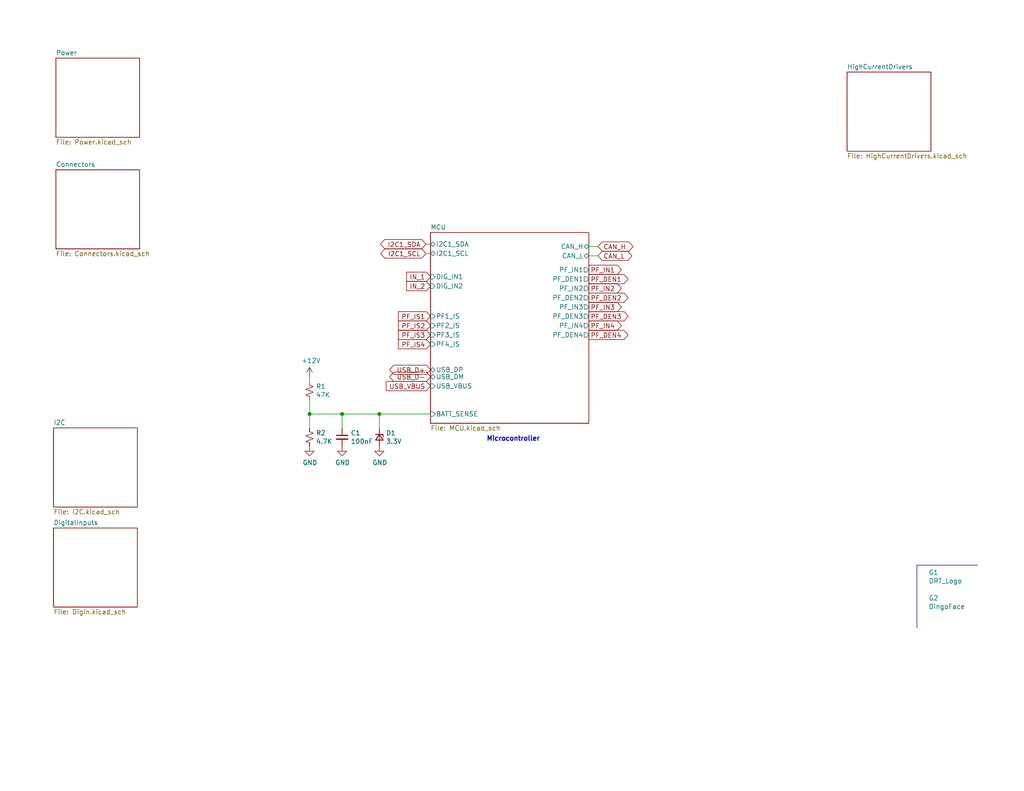
<source format=kicad_sch>
(kicad_sch (version 20231120) (generator "eeschema") (generator_version "8.0")
  (paper "USLetter")
  (title_block (title "dingoPDM-Max") (date "2024-07-06") (rev "v0.1") (comment 3 "github.com/corygrant") (comment 4 "Cory Grant"))
  (lib_symbols
    (symbol "DRT_Logo:DRT_Logo" (pin_names (offset 1.016))
      (property "Reference" "G" (at 0 2.54 0))
      (property "Value" "DRT_Logo" (at 0 0 0))
    )
    (symbol "Device:C_Small" (pin_numbers hide) (pin_names (offset 0.254) hide)
      (property "Reference" "C" (at 0.254 1.778 0))
      (property "Value" "C_Small" (at 0.254 -2.032 0))
      (symbol "C_Small_0_1"
        (polyline (pts (xy -1.524 -0.508) (xy 1.524 -0.508)) (stroke (width 0.3302)))
        (polyline (pts (xy -1.524 0.508) (xy 1.524 0.508)) (stroke (width 0.3048)))
      )
      (symbol "C_Small_1_1"
        (pin passive line (at 0 2.54 270) (length 2.032) (name "~") (number "1"))
        (pin passive line (at 0 -2.54 90) (length 2.032) (name "~") (number "2"))
      )
    )
    (symbol "Device:D_Zener_Small" (pin_numbers hide) (pin_names (offset 0.254) hide)
      (property "Reference" "D" (at 0 2.286 0))
      (property "Value" "D_Zener_Small" (at 0 -2.286 0))
      (symbol "D_Zener_Small_0_1"
        (polyline (pts (xy 0.762 0) (xy -0.762 0)))
        (polyline (pts (xy -0.254 1.016) (xy -0.762 1.016) (xy -0.762 -1.016)) (stroke (width 0.254)))
        (polyline (pts (xy 0.762 1.016) (xy -0.762 0) (xy 0.762 -1.016) (xy 0.762 1.016)) (stroke (width 0.254)))
      )
      (symbol "D_Zener_Small_1_1"
        (pin passive line (at -2.54 0 0) (length 1.778) (name "K") (number "1"))
        (pin passive line (at 2.54 0 180) (length 1.778) (name "A") (number "2"))
      )
    )
    (symbol "Device:R_Small_US" (pin_numbers hide) (pin_names (offset 0.254) hide)
      (property "Reference" "R" (at 0.762 0.508 0))
      (property "Value" "R_Small_US" (at 0.762 -1.016 0))
      (symbol "R_Small_US_1_1"
        (polyline (pts (xy 0 0) (xy 1.016 -0.381) (xy 0 -0.762) (xy -1.016 -1.143) (xy 0 -1.524)))
        (polyline (pts (xy 0 1.524) (xy 1.016 1.143) (xy 0 0.762) (xy -1.016 0.381) (xy 0 0)))
        (pin passive line (at 0 2.54 270) (length 1.016) (name "~") (number "1"))
        (pin passive line (at 0 -2.54 90) (length 1.016) (name "~") (number "2"))
      )
    )
    (symbol "power:+12V" (power) (pin_names (offset 0))
      (property "Value" "+12V" (at 0 3.556 0))
      (symbol "+12V_0_1"
        (polyline (pts (xy -0.762 1.27) (xy 0 2.54)))
        (polyline (pts (xy 0 0) (xy 0 2.54)))
        (polyline (pts (xy 0 2.54) (xy 0.762 1.27)))
      )
      (symbol "+12V_1_1"
        (pin power_in line (at 0 0 90) (length 0) hide (name "+12V") (number "1"))
      )
    )
    (symbol "power:GND" (power) (pin_names (offset 0))
      (property "Value" "GND" (at 0 -3.81 0))
      (symbol "GND_0_1"
        (polyline (pts (xy 0 0) (xy 0 -1.27) (xy 1.27 -1.27) (xy 0 -2.54) (xy -1.27 -1.27) (xy 0 -1.27)))
      )
      (symbol "GND_1_1"
        (pin power_in line (at 0 0 270) (length 0) hide (name "GND") (number "1"))
      )
    )
  )
  (junction (at 93.345 113.03))
  (junction (at 103.505 113.03))
  (junction (at 84.455 113.03))
  (wire (pts (xy 84.455 113.03) (xy 84.455 109.22)))
  (wire (pts (xy 84.455 102.87) (xy 84.455 104.14)))
  (wire (pts (xy 84.455 113.03) (xy 84.455 116.84)))
  (wire (pts (xy 93.345 113.03) (xy 84.455 113.03)))
  (wire (pts (xy 116.205 69.215) (xy 117.475 69.215)))
  (wire (pts (xy 93.345 116.84) (xy 93.345 113.03)))
  (wire (pts (xy 163.195 67.31) (xy 160.655 67.31)))
  (wire (pts (xy 103.505 116.84) (xy 103.505 113.03)))
  (polyline (pts (xy 250.19 154.305) (xy 266.7 154.305)))
  (wire (pts (xy 116.205 66.675) (xy 117.475 66.675)))
  (wire (pts (xy 117.475 113.03) (xy 103.505 113.03)))
  (polyline (pts (xy 250.19 171.45) (xy 250.19 154.305)))
  (wire (pts (xy 163.195 69.85) (xy 160.655 69.85)))
  (wire (pts (xy 103.505 113.03) (xy 93.345 113.03)))
  (text "Microcontroller" (at 132.715 120.65 0) (effects (font (size 1.27 1.27) (thickness 0.254) (bold yes)) (justify left bottom)))
  (global_label "PF_IN3" (shape output) (at 160.655 83.82 0) (property "Intersheetrefs" "${INTERSHEET_REFS}" (effects (hide yes))))
  (global_label "PF_DEN2" (shape output) (at 160.655 81.28 0) (property "Intersheetrefs" "${INTERSHEET_REFS}" (effects (hide yes))))
  (global_label "CAN_H" (shape bidirectional) (at 163.195 67.31 0) (property "Intersheetrefs" "${INTERSHEET_REFS}" (effects (hide yes))))
  (global_label "USB_VBUS" (shape input) (at 117.475 105.41 180) (property "Intersheetrefs" "${INTERSHEET_REFS}" (effects (hide yes))))
  (global_label "USB_D-" (shape bidirectional) (at 117.475 102.87 180) (property "Intersheetrefs" "${INTERSHEET_REFS}" (effects (hide yes))))
  (global_label "I2C1_SCL" (shape bidirectional) (at 116.205 69.215 180) (property "Intersheetrefs" "${INTERSHEET_REFS}" (effects (hide yes))))
  (global_label "USB_D+" (shape bidirectional) (at 117.475 100.965 180) (property "Intersheetrefs" "${INTERSHEET_REFS}" (effects (hide yes))))
  (global_label "PF_IS1" (shape input) (at 117.475 86.36 180) (property "Intersheetrefs" "${INTERSHEET_REFS}" (effects (hide yes))))
  (global_label "PF_IS4" (shape input) (at 117.475 93.98 180) (property "Intersheetrefs" "${INTERSHEET_REFS}" (effects (hide yes))))
  (global_label "PF_DEN1" (shape output) (at 160.655 76.2 0) (property "Intersheetrefs" "${INTERSHEET_REFS}" (effects (hide yes))))
  (global_label "IN_1" (shape input) (at 117.475 75.565 180) (property "Intersheetrefs" "${INTERSHEET_REFS}" (effects (hide yes))))
  (global_label "IN_2" (shape input) (at 117.475 78.105 180) (property "Intersheetrefs" "${INTERSHEET_REFS}" (effects (hide yes))))
  (global_label "I2C1_SDA" (shape bidirectional) (at 116.205 66.675 180) (property "Intersheetrefs" "${INTERSHEET_REFS}" (effects (hide yes))))
  (global_label "PF_IN4" (shape output) (at 160.655 88.9 0) (property "Intersheetrefs" "${INTERSHEET_REFS}" (effects (hide yes))))
  (global_label "PF_IS2" (shape input) (at 117.475 88.9 180) (property "Intersheetrefs" "${INTERSHEET_REFS}" (effects (hide yes))))
  (global_label "PF_IN1" (shape output) (at 160.655 73.66 0) (property "Intersheetrefs" "${INTERSHEET_REFS}" (effects (hide yes))))
  (global_label "PF_IN2" (shape output) (at 160.655 78.74 0) (property "Intersheetrefs" "${INTERSHEET_REFS}" (effects (hide yes))))
  (global_label "CAN_L" (shape bidirectional) (at 163.195 69.85 0) (property "Intersheetrefs" "${INTERSHEET_REFS}" (effects (hide yes))))
  (global_label "PF_DEN3" (shape output) (at 160.655 86.36 0) (property "Intersheetrefs" "${INTERSHEET_REFS}" (effects (hide yes))))
  (global_label "PF_IS3" (shape input) (at 117.475 91.44 180) (property "Intersheetrefs" "${INTERSHEET_REFS}" (effects (hide yes))))
  (global_label "PF_DEN4" (shape output) (at 160.655 91.44 0) (property "Intersheetrefs" "${INTERSHEET_REFS}" (effects (hide yes))))
  (symbol (lib_id "Device:R_Small_US") (at 84.455 106.68 0) (unit 1)
    (property "Reference" "R1" (at 86.1822 105.5116 0) (effects (justify left)))
    (property "Value" "47K" (at 86.1822 107.823 0) (effects (justify left)))
    (property "Footprint" "Resistor_SMD:R_0805_2012Metric" (effects (hide yes)))
    (property "Digi-Key_PN" "311-47.0KCRCT-ND" (effects (hide yes)))
    (property "LCSC" "C327035" (effects (hide yes)))
  )
  (symbol (lib_id "Device:R_Small_US") (at 84.455 119.38 0) (unit 1)
    (property "Reference" "R2" (at 86.1822 118.2116 0) (effects (justify left)))
    (property "Value" "4.7K" (at 86.1822 120.523 0) (effects (justify left)))
    (property "Footprint" "Resistor_SMD:R_0805_2012Metric" (effects (hide yes)))
    (property "Digi-Key_PN" "311-4.70KCRCT-ND" (effects (hide yes)))
    (property "LCSC" "C17673" (effects (hide yes)))
  )
  (symbol (lib_id "Device:D_Zener_Small") (at 103.505 119.38 270) (unit 1)
    (property "Reference" "D1" (at 105.283 118.2116 90) (effects (justify left)))
    (property "Value" "3.3V" (at 105.283 120.523 90) (effects (justify left)))
    (property "Footprint" "Diode_SMD:D_SOD-323_HandSoldering" (effects (hide yes)))
    (property "Digi-Key_PN" "1727-5150-1-ND" (effects (hide yes)))
    (property "LCSC" "C426855" (effects (hide yes)))
  )
  (symbol (lib_id "Device:C_Small") (at 93.345 119.38 0) (unit 1)
    (property "Reference" "C1" (at 95.6818 118.2116 0) (effects (justify left)))
    (property "Value" "100nF" (at 95.6818 120.523 0) (effects (justify left)))
    (property "Footprint" "Capacitor_SMD:C_0805_2012Metric" (effects (hide yes)))
    (property "Digi-Key_PN" "478-1395-1-ND" (effects (hide yes)))
    (property "LCSC" "C49678" (effects (hide yes)))
  )
  (symbol (lib_id "power:+12V") (at 84.455 102.87 0) (unit 1)
    (property "Reference" "#PWR01" (effects (hide yes)))
    (property "Value" "+12V" (at 84.836 98.4758 0))
  )
  (symbol (lib_id "power:GND") (at 84.455 121.92 0) (unit 1)
    (property "Reference" "#PWR02" (effects (hide yes)))
    (property "Value" "GND" (at 84.582 126.3142 0))
  )
  (symbol (lib_id "power:GND") (at 93.345 121.92 0) (unit 1)
    (property "Reference" "#PWR03" (effects (hide yes)))
    (property "Value" "GND" (at 93.472 126.3142 0))
  )
  (symbol (lib_id "power:GND") (at 103.505 121.92 0) (unit 1)
    (property "Reference" "#PWR04" (effects (hide yes)))
    (property "Value" "GND" (at 103.632 126.3142 0))
  )
  (symbol (lib_id "DRT_Logo:DRT_Logo") (at 252.73 157.48 0) (unit 1)
    (property "Reference" "G1" (at 253.365 156.3116 0) (effects (justify left)))
    (property "Value" "DRT_Logo" (at 253.365 158.623 0) (effects (justify left)))
    (property "Footprint" "DRTLogo:DRTLogo" (effects (hide yes)))
  )
  (symbol (lib_id "DRT_Logo:DRT_Logo") (at 252.73 164.465 0) (unit 1)
    (property "Reference" "G2" (at 253.365 163.2966 0) (effects (justify left)))
    (property "Value" "DingoFace" (at 253.365 165.608 0) (effects (justify left)))
    (property "Footprint" "DRTLogo:DingoFaceNoFill" (effects (hide yes)))
  )
  (sheet (at 117.475 63.5) (size 43.18 52.07)
    (property "Sheetname" "MCU" (at 117.475 62.7884 0) (effects (justify left bottom)))
    (property "Sheetfile" "MCU.kicad_sch" (at 117.475 116.1546 0) (effects (justify left top)))
    (pin "CAN_H" bidirectional (at 160.655 67.31 0))
    (pin "CAN_L" bidirectional (at 160.655 69.85 0))
    (pin "BATT_SENSE" input (at 117.475 113.03 180))
    (pin "I2C1_SDA" bidirectional (at 117.475 66.675 180))
    (pin "I2C1_SCL" bidirectional (at 117.475 69.215 180))
    (pin "DIG_IN1" input (at 117.475 75.565 180))
    (pin "PF_IN3" output (at 160.655 83.82 0))
    (pin "PF_IN4" output (at 160.655 88.9 0))
    (pin "PF2_IS" input (at 117.475 88.9 180))
    (pin "PF1_IS" input (at 117.475 86.36 180))
    (pin "PF_DEN2" output (at 160.655 81.28 0))
    (pin "PF_IN1" output (at 160.655 73.66 0))
    (pin "PF_IN2" output (at 160.655 78.74 0))
    (pin "PF_DEN1" output (at 160.655 76.2 0))
    (pin "DIG_IN2" input (at 117.475 78.105 180))
    (pin "USB_DM" bidirectional (at 117.475 102.87 180))
    (pin "USB_DP" bidirectional (at 117.475 100.965 180))
    (pin "USB_VBUS" input (at 117.475 105.41 180))
    (pin "PF3_IS" input (at 117.475 91.44 180))
    (pin "PF_DEN3" output (at 160.655 86.36 0))
    (pin "PF4_IS" input (at 117.475 93.98 180))
    (pin "PF_DEN4" output (at 160.655 91.44 0))
  )
  (sheet (at 231.14 19.685) (size 22.86 21.59)
    (property "Sheetname" "HighCurrentDrivers" (at 231.14 18.9734 0) (effects (justify left bottom)))
    (property "Sheetfile" "HighCurrentDrivers.kicad_sch" (at 231.14 41.8596 0) (effects (justify left top)))
  )
  (sheet (at 15.24 46.355) (size 22.86 21.59)
    (property "Sheetname" "Connectors" (at 15.24 45.6434 0) (effects (justify left bottom)))
    (property "Sheetfile" "Connectors.kicad_sch" (at 15.24 68.5296 0) (effects (justify left top)))
  )
  (sheet (at 14.605 116.84) (size 22.86 21.59)
    (property "Sheetname" "I2C" (at 14.605 116.1284 0) (effects (justify left bottom)))
    (property "Sheetfile" "I2C.kicad_sch" (at 14.605 139.0146 0) (effects (justify left top)))
  )
  (sheet (at 15.24 15.875) (size 22.86 21.59)
    (property "Sheetname" "Power" (at 15.24 15.1634 0) (effects (justify left bottom)))
    (property "Sheetfile" "Power.kicad_sch" (at 15.24 38.0496 0) (effects (justify left top)))
  )
  (sheet (at 14.605 144.145) (size 22.86 21.59)
    (property "Sheetname" "DigitalInputs" (at 14.605 143.4334 0) (effects (justify left bottom)))
    (property "Sheetfile" "DigIn.kicad_sch" (at 14.605 166.3196 0) (effects (justify left top)))
  )
)
</source>
